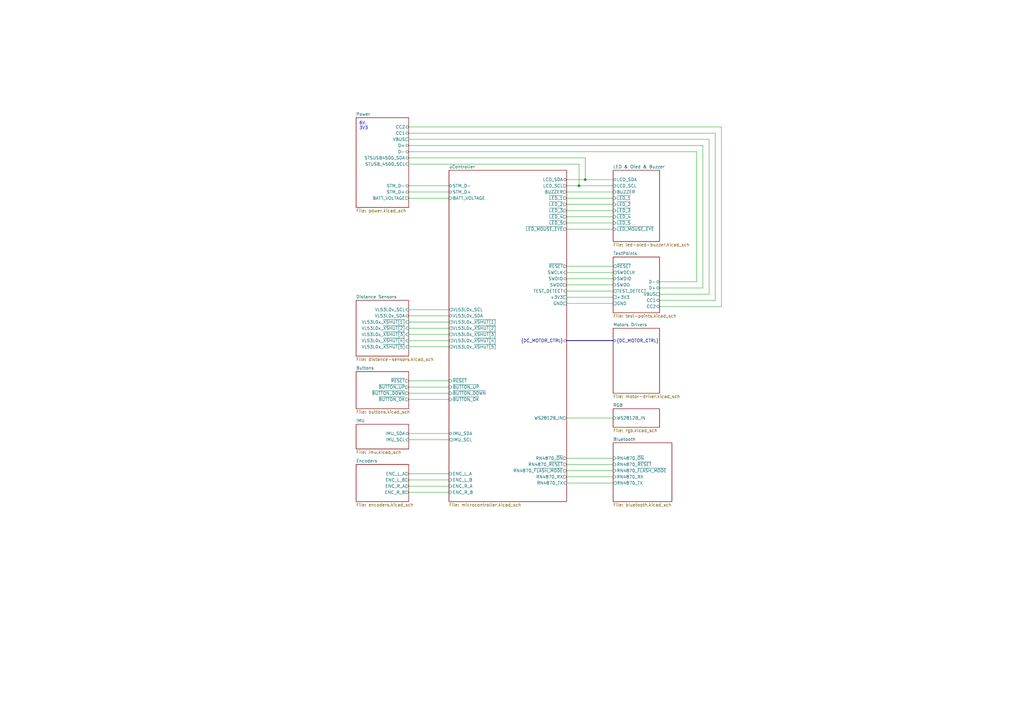
<source format=kicad_sch>
(kicad_sch (version 20211123) (generator eeschema)
  (paper "A3")
  (lib_symbols)
  (junction (at 237.49 76.2))
  (junction (at 240.03 73.66))
  (wire (pts (xy 232.41 190.5) (xy 251.46 190.5)))
  (wire (pts (xy 184.15 76.2) (xy 167.64 76.2)))
  (wire (pts (xy 167.64 163.83) (xy 184.15 163.83)))
  (wire (pts (xy 237.49 67.31) (xy 237.49 76.2)))
  (wire (pts (xy 184.15 134.62) (xy 167.64 134.62)))
  (wire (pts (xy 167.64 57.15) (xy 290.83 57.15)))
  (wire (pts (xy 184.15 161.29) (xy 167.64 161.29)))
  (wire (pts (xy 295.91 125.73) (xy 295.91 52.07)))
  (wire (pts (xy 251.46 88.9) (xy 232.41 88.9)))
  (wire (pts (xy 251.46 78.74) (xy 232.41 78.74)))
  (wire (pts (xy 167.64 64.77) (xy 240.03 64.77)))
  (wire (pts (xy 167.64 132.08) (xy 184.15 132.08)))
  (wire (pts (xy 167.64 139.7) (xy 184.15 139.7)))
  (wire (pts (xy 240.03 73.66) (xy 240.03 64.77)))
  (wire (pts (xy 167.64 194.31) (xy 184.15 194.31)))
  (wire (pts (xy 184.15 180.34) (xy 167.64 180.34)))
  (wire (pts (xy 167.64 137.16) (xy 184.15 137.16)))
  (wire (pts (xy 232.41 121.92) (xy 251.46 121.92)))
  (wire (pts (xy 232.41 124.46) (xy 251.46 124.46)))
  (wire (pts (xy 232.41 114.3) (xy 251.46 114.3)))
  (wire (pts (xy 270.51 123.19) (xy 293.37 123.19)))
  (wire (pts (xy 232.41 109.22) (xy 251.46 109.22)))
  (wire (pts (xy 251.46 193.04) (xy 232.41 193.04)))
  (wire (pts (xy 232.41 93.98) (xy 251.46 93.98)))
  (wire (pts (xy 167.64 177.8) (xy 184.15 177.8)))
  (wire (pts (xy 290.83 120.65) (xy 290.83 57.15)))
  (wire (pts (xy 232.41 119.38) (xy 251.46 119.38)))
  (wire (pts (xy 237.49 76.2) (xy 251.46 76.2)))
  (wire (pts (xy 251.46 83.82) (xy 232.41 83.82)))
  (wire (pts (xy 167.64 158.75) (xy 184.15 158.75)))
  (wire (pts (xy 293.37 54.61) (xy 167.64 54.61)))
  (wire (pts (xy 295.91 52.07) (xy 167.64 52.07)))
  (wire (pts (xy 270.51 118.11) (xy 288.29 118.11)))
  (wire (pts (xy 184.15 196.85) (xy 167.64 196.85)))
  (wire (pts (xy 184.15 129.54) (xy 167.64 129.54)))
  (wire (pts (xy 270.51 115.57) (xy 285.75 115.57)))
  (wire (pts (xy 270.51 125.73) (xy 295.91 125.73)))
  (wire (pts (xy 167.64 156.21) (xy 184.15 156.21)))
  (wire (pts (xy 167.64 199.39) (xy 184.15 199.39)))
  (bus (pts (xy 232.41 139.7) (xy 251.46 139.7)))
  (wire (pts (xy 232.41 111.76) (xy 251.46 111.76)))
  (wire (pts (xy 251.46 198.12) (xy 232.41 198.12)))
  (wire (pts (xy 251.46 195.58) (xy 232.41 195.58)))
  (wire (pts (xy 288.29 59.69) (xy 288.29 118.11)))
  (wire (pts (xy 184.15 201.93) (xy 167.64 201.93)))
  (wire (pts (xy 232.41 73.66) (xy 240.03 73.66)))
  (wire (pts (xy 232.41 76.2) (xy 237.49 76.2)))
  (wire (pts (xy 184.15 142.24) (xy 167.64 142.24)))
  (wire (pts (xy 240.03 73.66) (xy 251.46 73.66)))
  (wire (pts (xy 251.46 171.45) (xy 232.41 171.45)))
  (wire (pts (xy 285.75 62.23) (xy 285.75 115.57)))
  (wire (pts (xy 167.64 59.69) (xy 288.29 59.69)))
  (wire (pts (xy 167.64 81.28) (xy 184.15 81.28)))
  (wire (pts (xy 232.41 116.84) (xy 251.46 116.84)))
  (wire (pts (xy 167.64 62.23) (xy 285.75 62.23)))
  (wire (pts (xy 270.51 120.65) (xy 290.83 120.65)))
  (wire (pts (xy 232.41 81.28) (xy 251.46 81.28)))
  (wire (pts (xy 251.46 187.96) (xy 232.41 187.96)))
  (wire (pts (xy 293.37 123.19) (xy 293.37 54.61)))
  (wire (pts (xy 167.64 127) (xy 184.15 127)))
  (wire (pts (xy 184.15 78.74) (xy 167.64 78.74)))
  (wire (pts (xy 167.64 67.31) (xy 237.49 67.31)))
  (wire (pts (xy 232.41 91.44) (xy 251.46 91.44)))
  (wire (pts (xy 232.41 86.36) (xy 251.46 86.36)))
  (text "6V,\n3V3\n" (at 147.32 53.34 0) (effects (font (size 1.27 1.27)) (justify left bottom)))
  (sheet (at 146.05 48.26) (size 21.59 36.83)
    (property "Sheet name" "Power" (at 146.05 47.5484 0) (effects (justify left bottom)))
    (property "Sheet file" "power.kicad_sch" (at 146.05 85.6746 0) (effects (justify left top)))
    (pin "BATT_VOLTAGE" output (at 167.64 81.28 0))
    (pin "STSUSB4500_SDA" bidirectional (at 167.64 64.77 0))
    (pin "STUSB_4500_SCL" input (at 167.64 67.31 0))
    (pin "VBUS" passive (at 167.64 57.15 0))
    (pin "CC1" bidirectional (at 167.64 54.61 0))
    (pin "CC2" bidirectional (at 167.64 52.07 0))
    (pin "STM_D-" bidirectional (at 167.64 76.2 0))
    (pin "STM_D+" bidirectional (at 167.64 78.74 0))
    (pin "D-" bidirectional (at 167.64 62.23 0))
    (pin "D+" bidirectional (at 167.64 59.69 0))
  )
  (sheet (at 184.15 69.85) (size 48.26 135.89)
    (property "Sheet name" "uController" (at 184.15 69.1384 0) (effects (justify left bottom)))
    (property "Sheet file" "microcontroller.kicad_sch" (at 184.15 206.3246 0) (effects (justify left top)))
    (pin "~{RESET}" input (at 184.15 156.21 180))
    (pin "~{BUTTON_UP}" input (at 184.15 158.75 180))
    (pin "~{BUTTON_DOWN}" input (at 184.15 161.29 180))
    (pin "~{BUTTON_OK}" input (at 184.15 163.83 180))
    (pin "VL53L0x_SCL" output (at 184.15 127 180))
    (pin "VL53L0x_SDA" bidirectional (at 184.15 129.54 180))
    (pin "VL53L0x_~{XSHUT[1]}" output (at 184.15 132.08 180))
    (pin "VL53L0x_~{XSHUT[2]}" output (at 184.15 134.62 180))
    (pin "VL53L0x_~{XSHUT[3]}" output (at 184.15 137.16 180))
    (pin "ENC_L_A" input (at 184.15 194.31 180))
    (pin "ENC_L_B" input (at 184.15 196.85 180))
    (pin "ENC_R_A" input (at 184.15 199.39 180))
    (pin "ENC_R_B" input (at 184.15 201.93 180))
    (pin "IMU_SDA" bidirectional (at 184.15 177.8 180))
    (pin "IMU_SCL" output (at 184.15 180.34 180))
    (pin "RN4870_RX" output (at 232.41 195.58 0))
    (pin "RN4870_TX" input (at 232.41 198.12 0))
    (pin "BATT_VOLTAGE" input (at 184.15 81.28 180))
    (pin "LCD_SDA" bidirectional (at 232.41 73.66 0))
    (pin "LCD_SCL" output (at 232.41 76.2 0))
    (pin "BUZZER" output (at 232.41 78.74 0))
    (pin "~{LED_1}" output (at 232.41 81.28 0))
    (pin "~{LED_2}" output (at 232.41 83.82 0))
    (pin "~{LED_3}" output (at 232.41 86.36 0))
    (pin "~{LED_4}" output (at 232.41 88.9 0))
    (pin "~{LED_5}" output (at 232.41 91.44 0))
    (pin "~{LED_MOUSE_EYE}" output (at 232.41 93.98 0))
    (pin "VL53L0x_~{XSHUT[4]}" output (at 184.15 139.7 180))
    (pin "VL53L0x_~{XSHUT[5]}" output (at 184.15 142.24 180))
    (pin "WS2812B_IN" output (at 232.41 171.45 0))
    (pin "RN4870_~{ON}" output (at 232.41 187.96 0))
    (pin "RN4870_~{RESET}" output (at 232.41 190.5 0))
    (pin "RN4870_~{FLASH_MODE}" output (at 232.41 193.04 0))
    (pin "SWCLK" input (at 232.41 111.76 0))
    (pin "SWDIO" bidirectional (at 232.41 114.3 0))
    (pin "SWDO" output (at 232.41 116.84 0))
    (pin "TEST_DETECT" input (at 232.41 119.38 0))
    (pin "+3V3" passive (at 232.41 121.92 0))
    (pin "GND" passive (at 232.41 124.46 0))
    (pin "STM_D+" bidirectional (at 184.15 78.74 180))
    (pin "STM_D-" bidirectional (at 184.15 76.2 180))
    (pin "~{RESET}" output (at 232.41 109.22 0))
    (pin "{DC_MOTOR_CTRL}" bidirectional (at 232.41 139.7 0))
  )
  (sheet (at 146.05 123.19) (size 21.59 22.86)
    (property "Sheet name" "Distance Sensors" (at 146.05 122.4784 0) (effects (justify left bottom)))
    (property "Sheet file" "distance-sensors.kicad_sch" (at 146.05 146.6346 0) (effects (justify left top)))
    (pin "VL53L0x_SCL" input (at 167.64 127 0))
    (pin "VL53L0x_SDA" bidirectional (at 167.64 129.54 0))
    (pin "VL53L0x_~{XSHUT[1]}" input (at 167.64 132.08 0))
    (pin "VL53L0x_~{XSHUT[2]}" input (at 167.64 134.62 0))
    (pin "VL53L0x_~{XSHUT[3]}" input (at 167.64 137.16 0))
    (pin "VL53L0x_~{XSHUT[4]}" input (at 167.64 139.7 0))
    (pin "VL53L0x_~{XSHUT[5]}" input (at 167.64 142.24 0))
  )
  (sheet (at 251.46 134.62) (size 19.05 26.67)
    (property "Sheet name" "Motors Drivers" (at 251.46 133.9084 0) (effects (justify left bottom)))
    (property "Sheet file" "motor-driver.kicad_sch" (at 251.46 161.8746 0) (effects (justify left top)))
    (pin "{DC_MOTOR_CTRL}" bidirectional (at 251.46 139.7 180))
  )
  (sheet (at 251.46 181.61) (size 24.13 24.13)
    (property "Sheet name" "Bluetooth" (at 251.46 180.8984 0) (effects (justify left bottom)))
    (property "Sheet file" "bluetooth.kicad_sch" (at 251.46 206.3246 0) (effects (justify left top)))
    (pin "RN4870_RX" input (at 251.46 195.58 180))
    (pin "RN4870_TX" output (at 251.46 198.12 180))
    (pin "RN4870_~{RESET}" input (at 251.46 190.5 180))
    (pin "RN4870_~{FLASH_MODE}" input (at 251.46 193.04 180))
    (pin "RN4870_~{ON}" input (at 251.46 187.96 180))
  )
  (sheet (at 251.46 69.85) (size 19.05 29.21)
    (property "Sheet name" "LED & Oled & Buzzer" (at 251.46 69.1384 0) (effects (justify left bottom)))
    (property "Sheet file" "led-oled-buzzer.kicad_sch" (at 251.46 99.6446 0) (effects (justify left top)))
    (pin "LCD_SDA" bidirectional (at 251.46 73.66 180))
    (pin "LCD_SCL" input (at 251.46 76.2 180))
    (pin "BUZZER" input (at 251.46 78.74 180))
    (pin "~{LED_1}" input (at 251.46 81.28 180))
    (pin "~{LED_2}" input (at 251.46 83.82 180))
    (pin "~{LED_3}" input (at 251.46 86.36 180))
    (pin "~{LED_4}" input (at 251.46 88.9 180))
    (pin "~{LED_5}" input (at 251.46 91.44 180))
    (pin "~{LED_MOUSE_EYE}" input (at 251.46 93.98 180))
  )
  (sheet (at 146.05 152.4) (size 21.59 15.24)
    (property "Sheet name" "Buttons" (at 146.05 151.6884 0) (effects (justify left bottom)))
    (property "Sheet file" "buttons.kicad_sch" (at 146.05 168.2246 0) (effects (justify left top)))
    (pin "~{RESET}" output (at 167.64 156.21 0))
    (pin "~{BUTTON_UP}" output (at 167.64 158.75 0))
    (pin "~{BUTTON_DOWN}" output (at 167.64 161.29 0))
    (pin "~{BUTTON_OK}" output (at 167.64 163.83 0))
  )
  (sheet (at 146.05 190.5) (size 21.59 15.24)
    (property "Sheet name" "Encoders" (at 146.05 189.7884 0) (effects (justify left bottom)))
    (property "Sheet file" "encoders.kicad_sch" (at 146.05 206.3246 0) (effects (justify left top)))
    (pin "ENC_L_A" output (at 167.64 194.31 0))
    (pin "ENC_L_B" output (at 167.64 196.85 0))
    (pin "ENC_R_A" output (at 167.64 199.39 0))
    (pin "ENC_R_B" output (at 167.64 201.93 0))
  )
  (sheet (at 146.05 173.99) (size 21.59 10.16)
    (property "Sheet name" "IMU" (at 146.05 173.2784 0) (effects (justify left bottom)))
    (property "Sheet file" "imu.kicad_sch" (at 146.05 184.7346 0) (effects (justify left top)))
    (pin "IMU_SDA" bidirectional (at 167.64 177.8 0))
    (pin "IMU_SCL" input (at 167.64 180.34 0))
  )
  (sheet (at 251.46 167.64) (size 19.05 7.62)
    (property "Sheet name" "RGB" (at 251.46 166.9284 0) (effects (justify left bottom)))
    (property "Sheet file" "rgb.kicad_sch" (at 251.46 175.8446 0) (effects (justify left top)))
    (pin "WS2812B_IN" input (at 251.46 171.45 180))
  )
  (sheet (at 251.46 105.41) (size 19.05 22.86)
    (property "Sheet name" "TestPoints" (at 251.46 104.6984 0) (effects (justify left bottom)))
    (property "Sheet file" "test-points.kicad_sch" (at 251.46 128.8546 0) (effects (justify left top)))
    (pin "SWDCLK" output (at 251.46 111.76 180))
    (pin "SWDIO" bidirectional (at 251.46 114.3 180))
    (pin "SWDO" input (at 251.46 116.84 180))
    (pin "TEST_DETECT" output (at 251.46 119.38 180))
    (pin "+3V3" passive (at 251.46 121.92 180))
    (pin "GND" passive (at 251.46 124.46 180))
    (pin "VBUS" passive (at 270.51 120.65 0))
    (pin "CC1" bidirectional (at 270.51 123.19 0))
    (pin "CC2" bidirectional (at 270.51 125.73 0))
    (pin "~{RESET}" output (at 251.46 109.22 180))
    (pin "D+" bidirectional (at 270.51 118.11 0))
    (pin "D-" bidirectional (at 270.51 115.57 0))
  )
)
</source>
